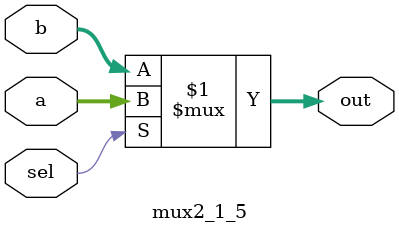
<source format=v>
module mux2_1_5(a,b,sel,out);
input [4:0] a,b;
input sel;
output [4:0] out;

assign out= (sel) ? a : b;


endmodule
</source>
